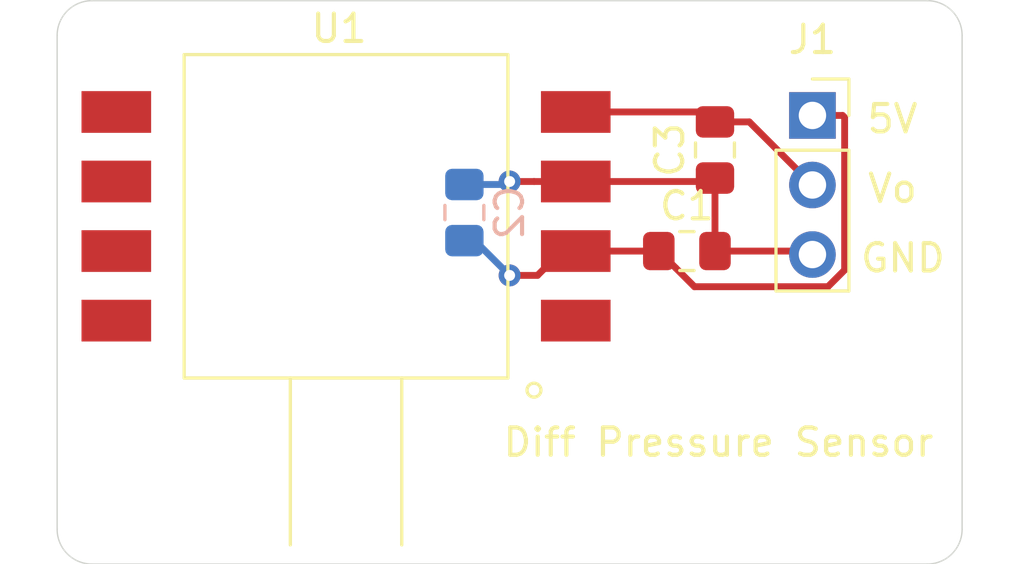
<source format=kicad_pcb>
(kicad_pcb (version 20171130) (host pcbnew "(5.1.2-1)-1")

  (general
    (thickness 1.6)
    (drawings 12)
    (tracks 30)
    (zones 0)
    (modules 5)
    (nets 9)
  )

  (page A4)
  (layers
    (0 F.Cu signal)
    (31 B.Cu signal)
    (32 B.Adhes user)
    (33 F.Adhes user)
    (34 B.Paste user)
    (35 F.Paste user)
    (36 B.SilkS user)
    (37 F.SilkS user)
    (38 B.Mask user)
    (39 F.Mask user)
    (40 Dwgs.User user)
    (41 Cmts.User user)
    (42 Eco1.User user)
    (43 Eco2.User user)
    (44 Edge.Cuts user)
    (45 Margin user)
    (46 B.CrtYd user)
    (47 F.CrtYd user)
    (48 B.Fab user)
    (49 F.Fab user)
  )

  (setup
    (last_trace_width 0.25)
    (trace_clearance 0.2)
    (zone_clearance 0.508)
    (zone_45_only no)
    (trace_min 0.2)
    (via_size 0.8)
    (via_drill 0.4)
    (via_min_size 0.4)
    (via_min_drill 0.3)
    (uvia_size 0.3)
    (uvia_drill 0.1)
    (uvias_allowed no)
    (uvia_min_size 0.2)
    (uvia_min_drill 0.1)
    (edge_width 0.05)
    (segment_width 0.2)
    (pcb_text_width 0.3)
    (pcb_text_size 1.5 1.5)
    (mod_edge_width 0.12)
    (mod_text_size 1 1)
    (mod_text_width 0.15)
    (pad_size 1.524 1.524)
    (pad_drill 0.762)
    (pad_to_mask_clearance 0.051)
    (solder_mask_min_width 0.25)
    (aux_axis_origin 0 0)
    (visible_elements FFFFFF7F)
    (pcbplotparams
      (layerselection 0x010fc_ffffffff)
      (usegerberextensions false)
      (usegerberattributes false)
      (usegerberadvancedattributes false)
      (creategerberjobfile false)
      (excludeedgelayer true)
      (linewidth 0.100000)
      (plotframeref false)
      (viasonmask false)
      (mode 1)
      (useauxorigin false)
      (hpglpennumber 1)
      (hpglpenspeed 20)
      (hpglpendiameter 15.000000)
      (psnegative false)
      (psa4output false)
      (plotreference true)
      (plotvalue true)
      (plotinvisibletext false)
      (padsonsilk false)
      (subtractmaskfromsilk false)
      (outputformat 1)
      (mirror false)
      (drillshape 0)
      (scaleselection 1)
      (outputdirectory ""))
  )

  (net 0 "")
  (net 1 +5V)
  (net 2 GND)
  (net 3 output)
  (net 4 "Net-(U1-Pad1)")
  (net 5 "Net-(U1-Pad8)")
  (net 6 "Net-(U1-Pad7)")
  (net 7 "Net-(U1-Pad6)")
  (net 8 "Net-(U1-Pad5)")

  (net_class Default "This is the default net class."
    (clearance 0.2)
    (trace_width 0.25)
    (via_dia 0.8)
    (via_drill 0.4)
    (uvia_dia 0.3)
    (uvia_drill 0.1)
    (add_net +5V)
    (add_net GND)
    (add_net "Net-(U1-Pad1)")
    (add_net "Net-(U1-Pad5)")
    (add_net "Net-(U1-Pad6)")
    (add_net "Net-(U1-Pad7)")
    (add_net "Net-(U1-Pad8)")
    (add_net output)
  )

  (module Sensor_Pressure:MPXV7025DP (layer F.Cu) (tedit 5FA488A6) (tstamp 5FA8BC93)
    (at 132.461 26.67)
    (path /5FA48309)
    (fp_text reference U1 (at -0.254 -6.858) (layer F.SilkS)
      (effects (font (size 1 1) (thickness 0.15)))
    )
    (fp_text value MPXV7025DP (at -7.62 7.62) (layer F.Fab)
      (effects (font (size 1 1) (thickness 0.15)))
    )
    (fp_line (start 5.9055 5.9055) (end 5.9055 -5.9055) (layer F.SilkS) (width 0.12))
    (fp_line (start 5.9055 -5.9055) (end -5.9055 -5.9055) (layer F.SilkS) (width 0.12))
    (fp_line (start 5.9055 5.9055) (end -5.9055 5.9055) (layer F.SilkS) (width 0.12))
    (fp_line (start -5.9055 5.9055) (end -5.9055 -5.9055) (layer F.SilkS) (width 0.12))
    (fp_line (start 2.032 5.9055) (end 2.032 12.0015) (layer F.SilkS) (width 0.12))
    (fp_line (start -2.032 5.9055) (end -2.032 12.0015) (layer F.SilkS) (width 0.12))
    (fp_circle (center 6.858 6.35) (end 6.858 6.096) (layer F.SilkS) (width 0.12))
    (pad 4 smd rect (at 8.382 -3.81) (size 2.54 1.524) (layers F.Cu F.Paste F.Mask)
      (net 3 output))
    (pad 3 smd rect (at 8.382 -1.27) (size 2.54 1.524) (layers F.Cu F.Paste F.Mask)
      (net 2 GND))
    (pad 2 smd rect (at 8.382 1.27) (size 2.54 1.524) (layers F.Cu F.Paste F.Mask)
      (net 1 +5V))
    (pad 1 smd rect (at 8.382 3.81) (size 2.54 1.524) (layers F.Cu F.Paste F.Mask)
      (net 4 "Net-(U1-Pad1)"))
    (pad 8 smd rect (at -8.382 3.81) (size 2.54 1.524) (layers F.Cu F.Paste F.Mask)
      (net 5 "Net-(U1-Pad8)"))
    (pad 7 smd rect (at -8.382 1.27) (size 2.54 1.524) (layers F.Cu F.Paste F.Mask)
      (net 6 "Net-(U1-Pad7)"))
    (pad 6 smd rect (at -8.382 -1.27) (size 2.54 1.524) (layers F.Cu F.Paste F.Mask)
      (net 7 "Net-(U1-Pad6)"))
    (pad 5 smd rect (at -8.382 -3.81) (size 2.54 1.524) (layers F.Cu F.Paste F.Mask)
      (net 8 "Net-(U1-Pad5)"))
  )

  (module Connector_PinSocket_2.54mm:PinSocket_1x03_P2.54mm_Vertical locked (layer F.Cu) (tedit 5A19A429) (tstamp 5FA8B282)
    (at 149.479 22.987)
    (descr "Through hole straight socket strip, 1x03, 2.54mm pitch, single row (from Kicad 4.0.7), script generated")
    (tags "Through hole socket strip THT 1x03 2.54mm single row")
    (path /5FA5E684)
    (fp_text reference J1 (at 0 -2.77) (layer F.SilkS)
      (effects (font (size 1 1) (thickness 0.15)))
    )
    (fp_text value Conn_01x03_Female (at 0 7.85) (layer F.Fab)
      (effects (font (size 1 1) (thickness 0.15)))
    )
    (fp_text user %R (at 0 2.54 90) (layer F.Fab)
      (effects (font (size 1 1) (thickness 0.15)))
    )
    (fp_line (start -1.8 6.85) (end -1.8 -1.8) (layer F.CrtYd) (width 0.05))
    (fp_line (start 1.75 6.85) (end -1.8 6.85) (layer F.CrtYd) (width 0.05))
    (fp_line (start 1.75 -1.8) (end 1.75 6.85) (layer F.CrtYd) (width 0.05))
    (fp_line (start -1.8 -1.8) (end 1.75 -1.8) (layer F.CrtYd) (width 0.05))
    (fp_line (start 0 -1.33) (end 1.33 -1.33) (layer F.SilkS) (width 0.12))
    (fp_line (start 1.33 -1.33) (end 1.33 0) (layer F.SilkS) (width 0.12))
    (fp_line (start 1.33 1.27) (end 1.33 6.41) (layer F.SilkS) (width 0.12))
    (fp_line (start -1.33 6.41) (end 1.33 6.41) (layer F.SilkS) (width 0.12))
    (fp_line (start -1.33 1.27) (end -1.33 6.41) (layer F.SilkS) (width 0.12))
    (fp_line (start -1.33 1.27) (end 1.33 1.27) (layer F.SilkS) (width 0.12))
    (fp_line (start -1.27 6.35) (end -1.27 -1.27) (layer F.Fab) (width 0.1))
    (fp_line (start 1.27 6.35) (end -1.27 6.35) (layer F.Fab) (width 0.1))
    (fp_line (start 1.27 -0.635) (end 1.27 6.35) (layer F.Fab) (width 0.1))
    (fp_line (start 0.635 -1.27) (end 1.27 -0.635) (layer F.Fab) (width 0.1))
    (fp_line (start -1.27 -1.27) (end 0.635 -1.27) (layer F.Fab) (width 0.1))
    (pad 3 thru_hole oval (at 0 5.08) (size 1.7 1.7) (drill 1) (layers *.Cu *.Mask)
      (net 2 GND))
    (pad 2 thru_hole oval (at 0 2.54) (size 1.7 1.7) (drill 1) (layers *.Cu *.Mask)
      (net 3 output))
    (pad 1 thru_hole rect (at 0 0) (size 1.7 1.7) (drill 1) (layers *.Cu *.Mask)
      (net 1 +5V))
    (model ${KISYS3DMOD}/Connector_PinSocket_2.54mm.3dshapes/PinSocket_1x03_P2.54mm_Vertical.wrl
      (at (xyz 0 0 0))
      (scale (xyz 1 1 1))
      (rotate (xyz 0 0 0))
    )
  )

  (module Capacitor_SMD:C_0805_2012Metric_Pad1.15x1.40mm_HandSolder locked (layer F.Cu) (tedit 5B36C52B) (tstamp 5FA8BC2A)
    (at 144.898 27.94)
    (descr "Capacitor SMD 0805 (2012 Metric), square (rectangular) end terminal, IPC_7351 nominal with elongated pad for handsoldering. (Body size source: https://docs.google.com/spreadsheets/d/1BsfQQcO9C6DZCsRaXUlFlo91Tg2WpOkGARC1WS5S8t0/edit?usp=sharing), generated with kicad-footprint-generator")
    (tags "capacitor handsolder")
    (path /5FA4A7A1)
    (attr smd)
    (fp_text reference C1 (at 0 -1.65) (layer F.SilkS)
      (effects (font (size 1 1) (thickness 0.15)))
    )
    (fp_text value "1.0 uF" (at 0 1.65) (layer F.Fab)
      (effects (font (size 1 1) (thickness 0.15)))
    )
    (fp_line (start -1 0.6) (end -1 -0.6) (layer F.Fab) (width 0.1))
    (fp_line (start -1 -0.6) (end 1 -0.6) (layer F.Fab) (width 0.1))
    (fp_line (start 1 -0.6) (end 1 0.6) (layer F.Fab) (width 0.1))
    (fp_line (start 1 0.6) (end -1 0.6) (layer F.Fab) (width 0.1))
    (fp_line (start -0.261252 -0.71) (end 0.261252 -0.71) (layer F.SilkS) (width 0.12))
    (fp_line (start -0.261252 0.71) (end 0.261252 0.71) (layer F.SilkS) (width 0.12))
    (fp_line (start -1.85 0.95) (end -1.85 -0.95) (layer F.CrtYd) (width 0.05))
    (fp_line (start -1.85 -0.95) (end 1.85 -0.95) (layer F.CrtYd) (width 0.05))
    (fp_line (start 1.85 -0.95) (end 1.85 0.95) (layer F.CrtYd) (width 0.05))
    (fp_line (start 1.85 0.95) (end -1.85 0.95) (layer F.CrtYd) (width 0.05))
    (fp_text user %R (at 0 0) (layer F.Fab)
      (effects (font (size 0.5 0.5) (thickness 0.08)))
    )
    (pad 1 smd roundrect (at -1.025 0) (size 1.15 1.4) (layers F.Cu F.Paste F.Mask) (roundrect_rratio 0.217391)
      (net 1 +5V))
    (pad 2 smd roundrect (at 1.025 0) (size 1.15 1.4) (layers F.Cu F.Paste F.Mask) (roundrect_rratio 0.217391)
      (net 2 GND))
    (model ${KISYS3DMOD}/Capacitor_SMD.3dshapes/C_0805_2012Metric.wrl
      (at (xyz 0 0 0))
      (scale (xyz 1 1 1))
      (rotate (xyz 0 0 0))
    )
  )

  (module Capacitor_SMD:C_0805_2012Metric_Pad1.15x1.40mm_HandSolder (layer B.Cu) (tedit 5B36C52B) (tstamp 5FA8BA5F)
    (at 136.779 26.534 90)
    (descr "Capacitor SMD 0805 (2012 Metric), square (rectangular) end terminal, IPC_7351 nominal with elongated pad for handsoldering. (Body size source: https://docs.google.com/spreadsheets/d/1BsfQQcO9C6DZCsRaXUlFlo91Tg2WpOkGARC1WS5S8t0/edit?usp=sharing), generated with kicad-footprint-generator")
    (tags "capacitor handsolder")
    (path /5FA4BCF0)
    (attr smd)
    (fp_text reference C2 (at 0 1.65 90) (layer B.SilkS)
      (effects (font (size 1 1) (thickness 0.15)) (justify mirror))
    )
    (fp_text value "0.01 uF" (at 0 -1.65 90) (layer B.Fab)
      (effects (font (size 1 1) (thickness 0.15)) (justify mirror))
    )
    (fp_text user %R (at 0 0 90) (layer B.Fab)
      (effects (font (size 0.5 0.5) (thickness 0.08)) (justify mirror))
    )
    (fp_line (start 1.85 -0.95) (end -1.85 -0.95) (layer B.CrtYd) (width 0.05))
    (fp_line (start 1.85 0.95) (end 1.85 -0.95) (layer B.CrtYd) (width 0.05))
    (fp_line (start -1.85 0.95) (end 1.85 0.95) (layer B.CrtYd) (width 0.05))
    (fp_line (start -1.85 -0.95) (end -1.85 0.95) (layer B.CrtYd) (width 0.05))
    (fp_line (start -0.261252 -0.71) (end 0.261252 -0.71) (layer B.SilkS) (width 0.12))
    (fp_line (start -0.261252 0.71) (end 0.261252 0.71) (layer B.SilkS) (width 0.12))
    (fp_line (start 1 -0.6) (end -1 -0.6) (layer B.Fab) (width 0.1))
    (fp_line (start 1 0.6) (end 1 -0.6) (layer B.Fab) (width 0.1))
    (fp_line (start -1 0.6) (end 1 0.6) (layer B.Fab) (width 0.1))
    (fp_line (start -1 -0.6) (end -1 0.6) (layer B.Fab) (width 0.1))
    (pad 2 smd roundrect (at 1.025 0 90) (size 1.15 1.4) (layers B.Cu B.Paste B.Mask) (roundrect_rratio 0.217391)
      (net 2 GND))
    (pad 1 smd roundrect (at -1.025 0 90) (size 1.15 1.4) (layers B.Cu B.Paste B.Mask) (roundrect_rratio 0.217391)
      (net 1 +5V))
    (model ${KISYS3DMOD}/Capacitor_SMD.3dshapes/C_0805_2012Metric.wrl
      (at (xyz 0 0 0))
      (scale (xyz 1 1 1))
      (rotate (xyz 0 0 0))
    )
  )

  (module Capacitor_SMD:C_0805_2012Metric_Pad1.15x1.40mm_HandSolder (layer F.Cu) (tedit 5B36C52B) (tstamp 5FA8BA6F)
    (at 145.923 24.248 90)
    (descr "Capacitor SMD 0805 (2012 Metric), square (rectangular) end terminal, IPC_7351 nominal with elongated pad for handsoldering. (Body size source: https://docs.google.com/spreadsheets/d/1BsfQQcO9C6DZCsRaXUlFlo91Tg2WpOkGARC1WS5S8t0/edit?usp=sharing), generated with kicad-footprint-generator")
    (tags "capacitor handsolder")
    (path /5FA4C07D)
    (attr smd)
    (fp_text reference C3 (at 0 -1.65 90) (layer F.SilkS)
      (effects (font (size 1 1) (thickness 0.15)))
    )
    (fp_text value "470 pF" (at 0 1.65 90) (layer F.Fab)
      (effects (font (size 1 1) (thickness 0.15)))
    )
    (fp_line (start -1 0.6) (end -1 -0.6) (layer F.Fab) (width 0.1))
    (fp_line (start -1 -0.6) (end 1 -0.6) (layer F.Fab) (width 0.1))
    (fp_line (start 1 -0.6) (end 1 0.6) (layer F.Fab) (width 0.1))
    (fp_line (start 1 0.6) (end -1 0.6) (layer F.Fab) (width 0.1))
    (fp_line (start -0.261252 -0.71) (end 0.261252 -0.71) (layer F.SilkS) (width 0.12))
    (fp_line (start -0.261252 0.71) (end 0.261252 0.71) (layer F.SilkS) (width 0.12))
    (fp_line (start -1.85 0.95) (end -1.85 -0.95) (layer F.CrtYd) (width 0.05))
    (fp_line (start -1.85 -0.95) (end 1.85 -0.95) (layer F.CrtYd) (width 0.05))
    (fp_line (start 1.85 -0.95) (end 1.85 0.95) (layer F.CrtYd) (width 0.05))
    (fp_line (start 1.85 0.95) (end -1.85 0.95) (layer F.CrtYd) (width 0.05))
    (fp_text user %R (at 0 0 90) (layer F.Fab)
      (effects (font (size 0.5 0.5) (thickness 0.08)))
    )
    (pad 1 smd roundrect (at -1.025 0 90) (size 1.15 1.4) (layers F.Cu F.Paste F.Mask) (roundrect_rratio 0.217391)
      (net 2 GND))
    (pad 2 smd roundrect (at 1.025 0 90) (size 1.15 1.4) (layers F.Cu F.Paste F.Mask) (roundrect_rratio 0.217391)
      (net 3 output))
    (model ${KISYS3DMOD}/Capacitor_SMD.3dshapes/C_0805_2012Metric.wrl
      (at (xyz 0 0 0))
      (scale (xyz 1 1 1))
      (rotate (xyz 0 0 0))
    )
  )

  (gr_arc (start 123.19 20.066) (end 123.19 18.796) (angle -90) (layer Edge.Cuts) (width 0.05))
  (gr_arc (start 123.19 38.1) (end 121.92 38.1) (angle -90) (layer Edge.Cuts) (width 0.05))
  (gr_arc (start 153.67 38.1) (end 153.67 39.37) (angle -90) (layer Edge.Cuts) (width 0.05))
  (gr_arc (start 153.67 20.066) (end 154.94 20.066) (angle -90) (layer Edge.Cuts) (width 0.05))
  (gr_text GND (at 152.781 28.194) (layer F.SilkS) (tstamp 5FA4EB91)
    (effects (font (size 1 1) (thickness 0.15)))
  )
  (gr_text Vo (at 152.4 25.654) (layer F.SilkS) (tstamp 5FA4EB85)
    (effects (font (size 1 1) (thickness 0.15)))
  )
  (gr_text "5V\n" (at 152.4 23.114) (layer F.SilkS)
    (effects (font (size 1 1) (thickness 0.15)))
  )
  (gr_text "Diff Pressure Sensor" (at 146.05 34.925) (layer F.SilkS)
    (effects (font (size 1 1) (thickness 0.15)))
  )
  (gr_line (start 123.19 18.796) (end 153.67 18.796) (layer Edge.Cuts) (width 0.05) (tstamp 5FA4EA38))
  (gr_line (start 121.92 38.1) (end 121.92 20.066) (layer Edge.Cuts) (width 0.05))
  (gr_line (start 153.67 39.37) (end 123.19 39.37) (layer Edge.Cuts) (width 0.05) (tstamp 5FA8BDC2))
  (gr_line (start 154.94 20.066) (end 154.94 38.1) (layer Edge.Cuts) (width 0.05))

  (segment (start 144.496372 28.563372) (end 143.873 27.94) (width 0.25) (layer F.Cu) (net 1))
  (segment (start 145.175001 29.242001) (end 144.496372 28.563372) (width 0.25) (layer F.Cu) (net 1))
  (segment (start 150.043001 29.242001) (end 145.175001 29.242001) (width 0.25) (layer F.Cu) (net 1))
  (segment (start 150.654001 28.631001) (end 150.043001 29.242001) (width 0.25) (layer F.Cu) (net 1))
  (segment (start 150.579 22.987) (end 150.654001 23.062001) (width 0.25) (layer F.Cu) (net 1))
  (segment (start 150.654001 23.062001) (end 150.654001 28.631001) (width 0.25) (layer F.Cu) (net 1))
  (segment (start 149.479 22.987) (end 150.579 22.987) (width 0.25) (layer F.Cu) (net 1))
  (segment (start 143.873 27.94) (end 140.843 27.94) (width 0.25) (layer F.Cu) (net 1))
  (segment (start 140.335 27.94) (end 139.446 28.829) (width 0.25) (layer F.Cu) (net 1))
  (segment (start 140.843 27.94) (end 140.335 27.94) (width 0.25) (layer F.Cu) (net 1))
  (segment (start 139.446 28.829) (end 138.43 28.829) (width 0.25) (layer F.Cu) (net 1))
  (segment (start 138.43 28.829) (end 138.43 28.829) (width 0.25) (layer F.Cu) (net 1) (tstamp 5FA8BD73))
  (via (at 138.43 28.829) (size 0.8) (drill 0.4) (layers F.Cu B.Cu) (net 1))
  (segment (start 137.16 27.559) (end 138.43 28.829) (width 0.25) (layer B.Cu) (net 1))
  (segment (start 136.779 27.559) (end 137.16 27.559) (width 0.25) (layer B.Cu) (net 1))
  (segment (start 140.843 25.4) (end 139.323 25.4) (width 0.25) (layer F.Cu) (net 2))
  (segment (start 139.323 25.4) (end 138.43 25.4) (width 0.25) (layer F.Cu) (net 2))
  (segment (start 138.43 25.4) (end 138.303 25.4) (width 0.25) (layer F.Cu) (net 2) (tstamp 5FA8BD7B))
  (via (at 138.43 25.4) (size 0.8) (drill 0.4) (layers F.Cu B.Cu) (net 2))
  (segment (start 138.321 25.509) (end 138.43 25.4) (width 0.25) (layer B.Cu) (net 2))
  (segment (start 136.779 25.509) (end 138.321 25.509) (width 0.25) (layer B.Cu) (net 2))
  (segment (start 145.796 25.4) (end 145.923 25.273) (width 0.25) (layer F.Cu) (net 2))
  (segment (start 140.843 25.4) (end 145.796 25.4) (width 0.25) (layer F.Cu) (net 2))
  (segment (start 145.923 25.273) (end 145.923 27.94) (width 0.25) (layer F.Cu) (net 2))
  (segment (start 149.352 27.94) (end 149.479 28.067) (width 0.25) (layer F.Cu) (net 2))
  (segment (start 145.923 27.94) (end 149.352 27.94) (width 0.25) (layer F.Cu) (net 2))
  (segment (start 145.56 22.86) (end 145.923 23.223) (width 0.25) (layer F.Cu) (net 3))
  (segment (start 140.843 22.86) (end 145.56 22.86) (width 0.25) (layer F.Cu) (net 3))
  (segment (start 147.175 23.223) (end 149.479 25.527) (width 0.25) (layer F.Cu) (net 3))
  (segment (start 145.923 23.223) (end 147.175 23.223) (width 0.25) (layer F.Cu) (net 3))

)

</source>
